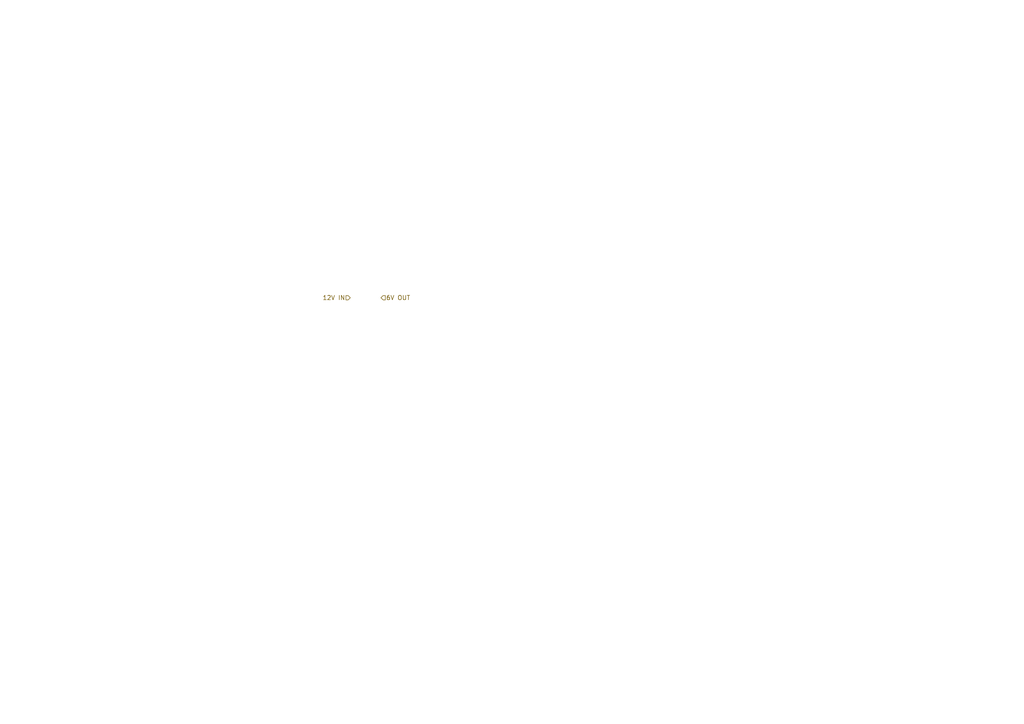
<source format=kicad_sch>
(kicad_sch (version 20211123) (generator eeschema)
  (paper "A4")
  (lib_symbols)
  (hierarchical_label "12V IN" (shape input) (at 101.6 86.36 180))
  (hierarchical_label "6V OUT" (shape input) (at 110.49 86.36 0))
)
</source>
